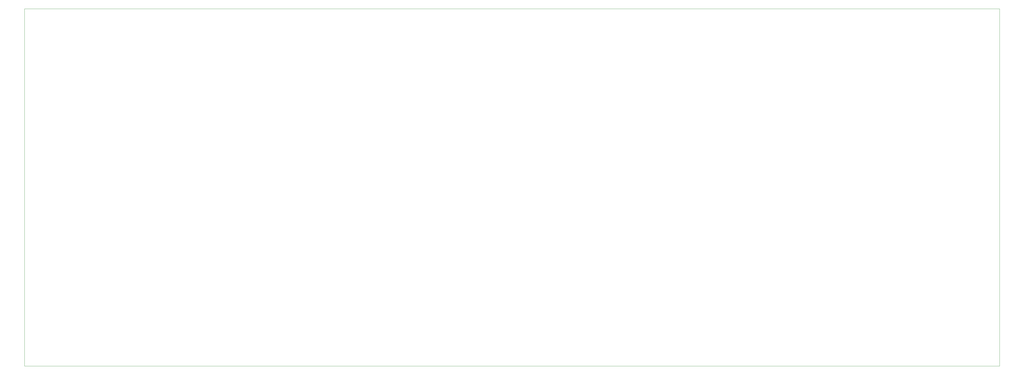
<source format=gbr>
%TF.GenerationSoftware,KiCad,Pcbnew,(5.1.9)-1*%
%TF.CreationDate,2021-03-16T22:25:33-04:00*%
%TF.ProjectId,10Keyless,31304b65-796c-4657-9373-2e6b69636164,rev?*%
%TF.SameCoordinates,Original*%
%TF.FileFunction,Profile,NP*%
%FSLAX46Y46*%
G04 Gerber Fmt 4.6, Leading zero omitted, Abs format (unit mm)*
G04 Created by KiCad (PCBNEW (5.1.9)-1) date 2021-03-16 22:25:33*
%MOMM*%
%LPD*%
G01*
G04 APERTURE LIST*
%TA.AperFunction,Profile*%
%ADD10C,0.050000*%
%TD*%
G04 APERTURE END LIST*
D10*
X28125000Y-219710000D02*
X28125000Y-215812500D01*
X375750000Y-215812500D02*
X375750000Y-219710000D01*
X28125000Y-215812500D02*
X28125000Y-92062500D01*
X375750000Y-219710000D02*
X28125000Y-219710000D01*
X375750000Y-92062500D02*
X375750000Y-215812500D01*
X28125000Y-92062500D02*
X375750000Y-92062500D01*
M02*

</source>
